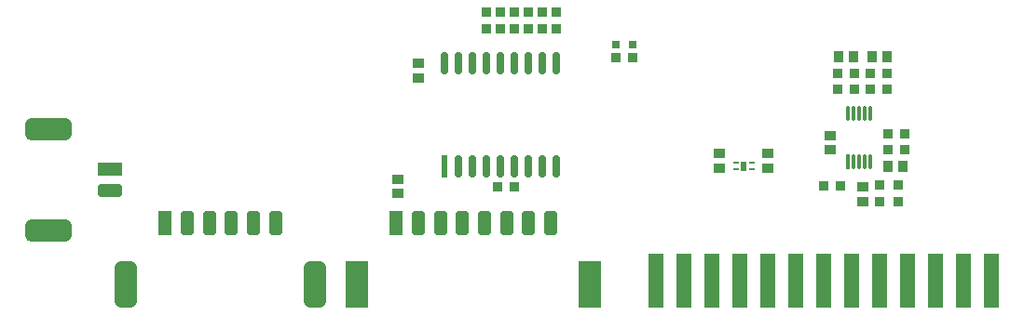
<source format=gtp>
G04*
G04 #@! TF.GenerationSoftware,Altium Limited,Altium Designer,18.0.9 (584)*
G04*
G04 Layer_Color=8421504*
%FSLAX25Y25*%
%MOIN*%
G70*
G01*
G75*
G04:AMPARAMS|DCode=18|XSize=47.24mil|YSize=86.61mil|CornerRadius=11.81mil|HoleSize=0mil|Usage=FLASHONLY|Rotation=270.000|XOffset=0mil|YOffset=0mil|HoleType=Round|Shape=RoundedRectangle|*
%AMROUNDEDRECTD18*
21,1,0.04724,0.06299,0,0,270.0*
21,1,0.02362,0.08661,0,0,270.0*
1,1,0.02362,-0.03150,-0.01181*
1,1,0.02362,-0.03150,0.01181*
1,1,0.02362,0.03150,0.01181*
1,1,0.02362,0.03150,-0.01181*
%
%ADD18ROUNDEDRECTD18*%
%ADD19R,0.08661X0.04724*%
G04:AMPARAMS|DCode=20|XSize=78.74mil|YSize=165.35mil|CornerRadius=19.68mil|HoleSize=0mil|Usage=FLASHONLY|Rotation=270.000|XOffset=0mil|YOffset=0mil|HoleType=Round|Shape=RoundedRectangle|*
%AMROUNDEDRECTD20*
21,1,0.07874,0.12598,0,0,270.0*
21,1,0.03937,0.16535,0,0,270.0*
1,1,0.03937,-0.06299,-0.01968*
1,1,0.03937,-0.06299,0.01968*
1,1,0.03937,0.06299,0.01968*
1,1,0.03937,0.06299,-0.01968*
%
%ADD20ROUNDEDRECTD20*%
G04:AMPARAMS|DCode=21|XSize=47.24mil|YSize=86.61mil|CornerRadius=11.81mil|HoleSize=0mil|Usage=FLASHONLY|Rotation=0.000|XOffset=0mil|YOffset=0mil|HoleType=Round|Shape=RoundedRectangle|*
%AMROUNDEDRECTD21*
21,1,0.04724,0.06299,0,0,0.0*
21,1,0.02362,0.08661,0,0,0.0*
1,1,0.02362,0.01181,-0.03150*
1,1,0.02362,-0.01181,-0.03150*
1,1,0.02362,-0.01181,0.03150*
1,1,0.02362,0.01181,0.03150*
%
%ADD21ROUNDEDRECTD21*%
%ADD22R,0.07874X0.16535*%
%ADD23R,0.04724X0.08661*%
%ADD24R,0.03937X0.03543*%
%ADD25R,0.05512X0.19685*%
%ADD26R,0.03347X0.03347*%
%ADD27R,0.03347X0.03347*%
%ADD28R,0.03543X0.03937*%
G04:AMPARAMS|DCode=29|XSize=23.62mil|YSize=78.74mil|CornerRadius=5.91mil|HoleSize=0mil|Usage=FLASHONLY|Rotation=0.000|XOffset=0mil|YOffset=0mil|HoleType=Round|Shape=RoundedRectangle|*
%AMROUNDEDRECTD29*
21,1,0.02362,0.06693,0,0,0.0*
21,1,0.01181,0.07874,0,0,0.0*
1,1,0.01181,0.00591,-0.03347*
1,1,0.01181,-0.00591,-0.03347*
1,1,0.01181,-0.00591,0.03347*
1,1,0.01181,0.00591,0.03347*
%
%ADD29ROUNDEDRECTD29*%
%ADD30R,0.02362X0.07874*%
G04:AMPARAMS|DCode=31|XSize=78.74mil|YSize=165.35mil|CornerRadius=19.68mil|HoleSize=0mil|Usage=FLASHONLY|Rotation=0.000|XOffset=0mil|YOffset=0mil|HoleType=Round|Shape=RoundedRectangle|*
%AMROUNDEDRECTD31*
21,1,0.07874,0.12598,0,0,0.0*
21,1,0.03937,0.16535,0,0,0.0*
1,1,0.03937,0.01968,-0.06299*
1,1,0.03937,-0.01968,-0.06299*
1,1,0.03937,-0.01968,0.06299*
1,1,0.03937,0.01968,0.06299*
%
%ADD31ROUNDEDRECTD31*%
%ADD32R,0.03150X0.03150*%
%ADD33R,0.01181X0.05709*%
%ADD34O,0.01181X0.05709*%
%ADD35R,0.01968X0.00984*%
%ADD36R,0.01968X0.03386*%
D18*
X34764Y43325D02*
D03*
D19*
Y51199D02*
D03*
D20*
X12795Y65372D02*
D03*
Y29152D02*
D03*
D21*
X192520Y31811D02*
D03*
X184646D02*
D03*
X176772D02*
D03*
X168898D02*
D03*
X161024D02*
D03*
X153150D02*
D03*
X145276D02*
D03*
X94095D02*
D03*
X86221D02*
D03*
X78347D02*
D03*
X70472D02*
D03*
X62598D02*
D03*
D22*
X206693Y9843D02*
D03*
X123228D02*
D03*
D23*
X137402Y31811D02*
D03*
X54724D02*
D03*
D24*
X292521Y63303D02*
D03*
Y57988D02*
D03*
X145276Y89173D02*
D03*
Y83858D02*
D03*
X137795Y42323D02*
D03*
Y47638D02*
D03*
X304134Y44685D02*
D03*
Y39370D02*
D03*
X270394Y51379D02*
D03*
Y56694D02*
D03*
X252953Y51379D02*
D03*
Y56694D02*
D03*
D25*
X230394Y11024D02*
D03*
X240394D02*
D03*
X250394D02*
D03*
X260394D02*
D03*
X270394D02*
D03*
X280394D02*
D03*
X290394D02*
D03*
X300394D02*
D03*
X310394D02*
D03*
X320394D02*
D03*
X330394D02*
D03*
X340394D02*
D03*
X350394D02*
D03*
D26*
X169528Y101378D02*
D03*
Y107480D02*
D03*
X174528Y101378D02*
D03*
Y107480D02*
D03*
X179528Y101378D02*
D03*
Y107480D02*
D03*
X184528Y101378D02*
D03*
Y107480D02*
D03*
X189528Y101378D02*
D03*
Y107480D02*
D03*
X194528Y101378D02*
D03*
Y107480D02*
D03*
X310394Y45472D02*
D03*
Y39370D02*
D03*
X316929D02*
D03*
Y45472D02*
D03*
D27*
X313287Y63976D02*
D03*
X319390D02*
D03*
Y58071D02*
D03*
X313287D02*
D03*
X312913Y85630D02*
D03*
X306811D02*
D03*
X301181Y79724D02*
D03*
X295079D02*
D03*
X301378Y85630D02*
D03*
X295276D02*
D03*
X179528Y44685D02*
D03*
X173425D02*
D03*
X221889Y91035D02*
D03*
X215786D02*
D03*
X306811Y79724D02*
D03*
X312913D02*
D03*
X290158Y45276D02*
D03*
X296260D02*
D03*
D28*
X313287Y52165D02*
D03*
X318602D02*
D03*
X307479Y91535D02*
D03*
X312794D02*
D03*
X300905D02*
D03*
X295590D02*
D03*
D29*
X194528Y89173D02*
D03*
Y52165D02*
D03*
X189528Y89173D02*
D03*
X184528D02*
D03*
X179528D02*
D03*
X174528D02*
D03*
X169528D02*
D03*
X164528D02*
D03*
X159528D02*
D03*
X154528D02*
D03*
X159528Y52165D02*
D03*
X164528D02*
D03*
X169528D02*
D03*
X174528D02*
D03*
X179528D02*
D03*
X184528D02*
D03*
X189528D02*
D03*
D30*
X154528D02*
D03*
D31*
X108268Y9843D02*
D03*
X40551D02*
D03*
D32*
X215913Y95823D02*
D03*
X221819D02*
D03*
D33*
X298937Y53741D02*
D03*
D34*
X300905D02*
D03*
X302874D02*
D03*
X304842D02*
D03*
X306811D02*
D03*
X298937Y71064D02*
D03*
X300905D02*
D03*
X302874D02*
D03*
X304842D02*
D03*
X306811D02*
D03*
D35*
X264482Y50984D02*
D03*
Y53347D02*
D03*
X258813D02*
D03*
Y50984D02*
D03*
D36*
X261667Y52165D02*
D03*
M02*

</source>
